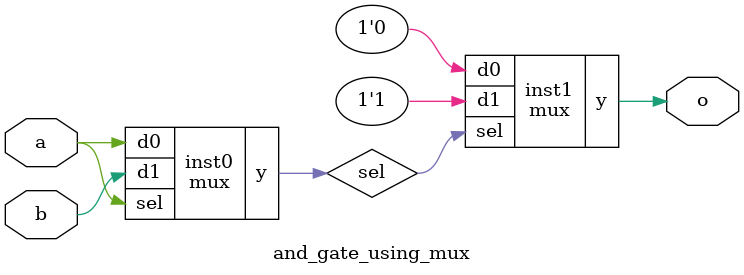
<source format=v>
module mux
(
  input  d0, d1,
  input  sel,
  output y
);

  assign y = sel ? d1 : d0;

endmodule

//----------------------------------------------------------------------------

module and_gate_using_mux
(
    input  a,
    input  b,
    output o
);

  // TODO

  // Implement and gate using instance(s) of mux,
  // constants 0 and 1, and wire connections
  wire sel;
  mux inst0
  (
    .d0(a),
    .d1(b),
    .sel(a),
    .y(sel)
  );

  mux inst1
  (
    .d0(1'b0),
    .d1(1'b1),
    .sel(sel),
    .y(o)
  );

endmodule

</source>
